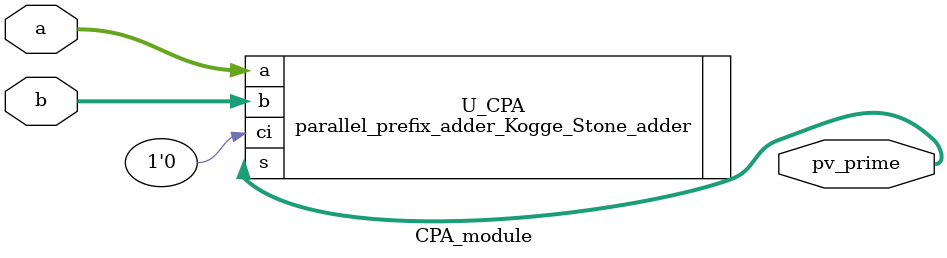
<source format=sv>

`define SRC_INC_PPA_KS
`ifdef  SRC_INC_RCA
	`include "./rca_nbits.sv"
`elsif  SRC_INC_PPA_KS
	`include "./parallel_prefix_adder_Kogge_Stone_adder.sv"
`elsif SRC_INC_PPA_LF
	`include "./parallel_prefix_adder_Ladner_Fisher_adder.sv"
`endif

module CPA_module
    #(
        parameter BITS = 'd40
    )
    (
        input logic     [BITS-'d1:0] a,
        input logic     [BITS-'d1:0] b,
        output logic    [BITS-'d1:0] pv_prime
    );


`ifdef  SRC_INC_RCA
    
    rca_nbits
    #(BITS) U_CPA (
        .a(a),
        .b(b),
        .ci(1'b0), 
        .s(pv_prime)
    );

`elsif SRC_INC_CLA
    assign pv_prime = a + b;


`elsif SRC_INC_PPA_KS
    
    parallel_prefix_adder_Kogge_Stone_adder
    #(BITS) U_CPA (
         .a(a),
         .b(b), 
         .ci(1'b0), 
         .s(pv_prime)
         );	
	
`elsif SRC_INC_PPA_LF
    
    parallel_prefix_adder_Ladner_Fisher_adder
    //#(BITS) U_CPA (.a(a), .b(b), .ci(1'b0), .s(pv_prime), .co(1'b0));	
    #(BITS) U_CPA (.a(a), .b(b), .ci(1'b0), .s(pv_prime));	

`else
    //default option
    assign pv_prime = a + b;
`endif
endmodule



</source>
